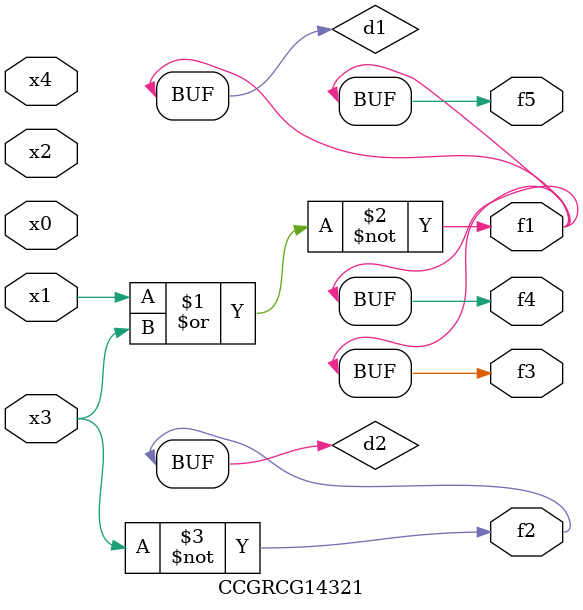
<source format=v>
module CCGRCG14321(
	input x0, x1, x2, x3, x4,
	output f1, f2, f3, f4, f5
);

	wire d1, d2;

	nor (d1, x1, x3);
	not (d2, x3);
	assign f1 = d1;
	assign f2 = d2;
	assign f3 = d1;
	assign f4 = d1;
	assign f5 = d1;
endmodule

</source>
